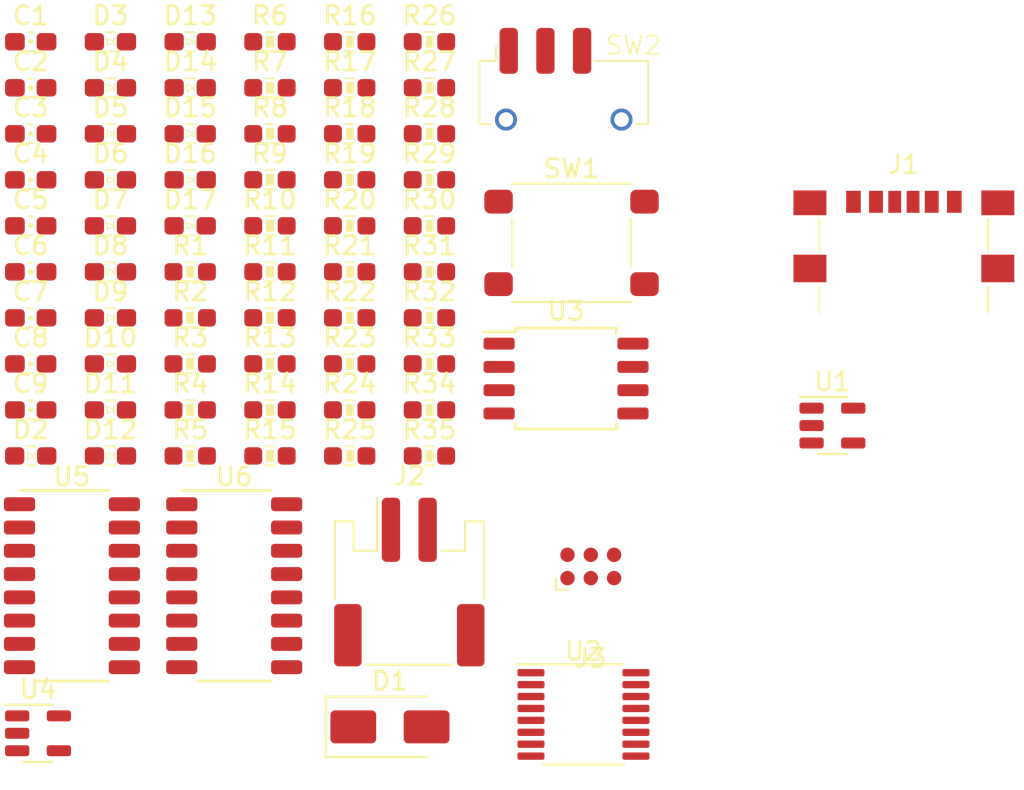
<source format=kicad_pcb>
(kicad_pcb (version 20240108) (generator "pcbnew") (generator_version "8.0")
  (title_block (title "Three Man") (date "2024-08-27") (rev "A1") (company "Zkylark") (comment 1 "contact@zkylark.se"))
  (layers (0 "F.Cu" signal) (31 "B.Cu" signal) (34 "B.Paste" user) (35 "F.Paste" user) (36 "B.SilkS" user "B.Silkscreen") (37 "F.SilkS" user "F.Silkscreen") (38 "B.Mask" user) (39 "F.Mask" user) (44 "Edge.Cuts" user))
  (net 0 "")
  (net 1 "Net-(J1-CC1)")
  (net 2 "/V_{USB-filt}")
  (net 3 "GND")
  (net 4 "Net-(J1-CC2)")
  (net 6 "/V_{BAT}")
  (net 7 "Net-(U4-NR)")
  (net 8 "3V3")
  (net 9 "/~{RESET}")
  (net 10 "Net-(D2-K)")
  (net 11 "Net-(D2-A)")
  (net 12 "Net-(D3-K)")
  (net 13 "Net-(D4-K)")
  (net 14 "Net-(D4-A)")
  (net 15 "Net-(D5-A)")
  (net 16 "Net-(D5-K)")
  (net 17 "Net-(D6-K)")
  (net 18 "Net-(D6-A)")
  (net 19 "Net-(D7-K)")
  (net 20 "Net-(D7-A)")
  (net 21 "Net-(D8-A)")
  (net 22 "Net-(D8-K)")
  (net 23 "Net-(D9-K)")
  (net 24 "Net-(D9-A)")
  (net 25 "Net-(D10-A)")
  (net 26 "Net-(D10-K)")
  (net 27 "Net-(D11-K)")
  (net 28 "Net-(D11-A)")
  (net 29 "Net-(D12-A)")
  (net 30 "Net-(D12-K)")
  (net 31 "Net-(D13-A)")
  (net 32 "Net-(D13-K)")
  (net 33 "Net-(D14-A)")
  (net 34 "Net-(D14-K)")
  (net 35 "Net-(D15-K)")
  (net 36 "Net-(D15-A)")
  (net 37 "Net-(D16-K)")
  (net 38 "Net-(D16-A)")
  (net 39 "Net-(D17-A)")
  (net 40 "Net-(D17-K)")
  (net 41 "/V_{USB}")
  (net 45 "/MOSI")
  (net 46 "/SCK")
  (net 47 "/MISO")
  (net 48 "Net-(U1-PROG)")
  (net 49 "Net-(U5-B1)")
  (net 50 "Net-(U2-Q0)")
  (net 51 "Net-(U2-Q1)")
  (net 52 "Net-(U5-B2)")
  (net 53 "Net-(U5-B3)")
  (net 54 "Net-(U5-B4)")
  (net 55 "Net-(U2-Q2)")
  (net 56 "Net-(U5-B5)")
  (net 57 "Net-(U2-Q3)")
  (net 58 "Net-(U5-B6)")
  (net 59 "Net-(U5-B7)")
  (net 60 "Net-(U2-Q4)")
  (net 61 "Net-(U6-B1)")
  (net 62 "Net-(U2-Q5)")
  (net 63 "Net-(U6-B2)")
  (net 64 "Net-(U6-B3)")
  (net 65 "Net-(U2-Q6)")
  (net 66 "Net-(U6-B4)")
  (net 67 "Net-(U6-B5)")
  (net 68 "Net-(U6-B6)")
  (net 69 "Net-(U2-Q7)")
  (net 70 "Net-(U6-B7)")
  (net 72 "Net-(SW2-B)")
  (net 73 "/CLOCK")
  (net 74 "/DATA")
  (footprint "Resistor_SMD:R_0603_HS" (layer "F.Cu") (at 111.2375 76.535)
    (property "Reference" "R26" (at 0 -1.43 0) (layer "F.SilkS"))
    (property "Value" "120R" (hide yes))
    (pad "1" smd roundrect (at -0.9125 0) (size 0.975 0.95) (layers "F.Cu" "F.Paste" "F.Mask") (net 21 "Net-(D8-A)"))
    (pad "2" smd roundrect (at 0.9125 0) (size 0.975 0.95) (layers "F.Cu" "F.Paste" "F.Mask") (net 8 "3V3"))
  )
  (footprint "Resistor_SMD:R_0603_HS" (layer "F.Cu") (at 111.2375 89.085)
    (property "Reference" "R31" (at 0 -1.43 0) (layer "F.SilkS"))
    (property "Value" "120R" (hide yes))
    (pad "1" smd roundrect (at -0.9125 0) (size 0.975 0.95) (layers "F.Cu" "F.Paste" "F.Mask") (net 31 "Net-(D13-A)"))
    (pad "2" smd roundrect (at 0.9125 0) (size 0.975 0.95) (layers "F.Cu" "F.Paste" "F.Mask") (net 8 "3V3"))
  )
  (footprint "Resistor_SMD:R_0603_HS" (layer "F.Cu") (at 98.1875 96.615)
    (property "Reference" "R4" (at 0 -1.43 0) (layer "F.SilkS"))
    (property "Value" "R" (hide yes))
    (pad "1" smd roundrect (at -0.9125 0) (size 0.975 0.95) (layers "F.Cu" "F.Paste" "F.Mask") (net 3 "GND"))
    (pad "2" smd roundrect (at 0.9125 0) (size 0.975 0.95) (layers "F.Cu" "F.Paste" "F.Mask") (net 12 "Net-(D3-K)"))
  )
  (footprint "Resistor_SMD:R_0603_HS" (layer "F.Cu") (at 102.5375 84.065)
    (property "Reference" "R9" (at 0 -1.43 0) (layer "F.SilkS"))
    (property "Value" "0R" (hide yes))
    (pad "1" smd roundrect (at -0.9125 0) (size 0.975 0.95) (layers "F.Cu" "F.Paste" "F.Mask") (net 51 "Net-(U2-Q1)"))
    (pad "2" smd roundrect (at 0.9125 0) (size 0.975 0.95) (layers "F.Cu" "F.Paste" "F.Mask") (net 52 "Net-(U5-B2)"))
  )
  (footprint "Connector_JST:JST_PH_S2B-PH-SM4-TB_1x02-1MP_P2.00mm_Horizontal" (layer "F.Cu") (at 110.1375 106.005)
    (property "Reference" "J2" (at 0 -5.8 0) (layer "F.SilkS"))
    (property "Value" "JST-PH-2mm")
    (pad "1" smd roundrect (at -1 -2.85) (size 1 3.5) (layers "F.Cu" "F.Paste" "F.Mask") (net 6 "/V_{BAT}"))
    (pad "2" smd roundrect (at 1 -2.85) (size 1 3.5) (layers "F.Cu" "F.Paste" "F.Mask") (net 3 "GND"))
    (pad "MP" smd roundrect (at -3.35 2.9) (size 1.5 3.4) (layers "F.Cu" "F.Paste" "F.Mask") (roundrect_rratio 0.166667))
    (pad "MP" smd roundrect (at 3.35 2.9) (size 1.5 3.4) (layers "F.Cu" "F.Paste" "F.Mask") (roundrect_rratio 0.166667))
  )
  (footprint "Diode_SMD:DO-214AC" (layer "F.Cu") (at 109.0825 113.905)
    (property "Reference" "D1" (at 0 -2.5 0) (layer "F.SilkS"))
    (property "Value" "SMAJ5.0A")
    (pad "1" smd roundrect (at -2 0) (size 2.5 1.8) (layers "F.Cu" "F.Paste" "F.Mask") (roundrect_rratio 0.1388888889) (net 2 "/V_{USB-filt}"))
    (pad "2" smd roundrect (at 2 0) (size 2.5 1.8) (layers "F.Cu" "F.Paste" "F.Mask") (roundrect_rratio 0.1388888889) (net 3 "GND"))
  )
  (footprint "Resistor_SMD:R_0603_HS" (layer "F.Cu") (at 98.1875 89.085)
    (property "Reference" "R1" (at 0 -1.43 0) (layer "F.SilkS"))
    (property "Value" "5k1" (hide yes))
    (pad "1" smd roundrect (at -0.9125 0) (size 0.975 0.95) (layers "F.Cu" "F.Paste" "F.Mask") (net 4 "Net-(J1-CC2)"))
    (pad "2" smd roundrect (at 0.9125 0) (size 0.975 0.95) (layers "F.Cu" "F.Paste" "F.Mask") (net 3 "GND"))
  )
  (footprint "LED_SMD:LED_0603_HS" (layer "F.Cu") (at 93.8375 79.045)
    (property "Reference" "D4" (at 0 -1.43 0) (layer "F.SilkS"))
    (property "Value" "Colour" (hide yes))
    (pad "1" smd roundrect (at -0.875 0) (size 1.05 0.95) (layers "F.Cu" "F.Paste" "F.Mask") (net 14 "Net-(D4-A)"))
    (pad "2" smd roundrect (at 0.875 0) (size 1.05 0.95) (layers "F.Cu" "F.Paste" "F.Mask") (net 13 "Net-(D4-K)"))
  )
  (footprint "Capacitor_SMD:C_0603_HS" (layer "F.Cu") (at 89.4875 91.595)
    (property "Reference" "C7" (at 0 -1.43 0) (layer "F.SilkS"))
    (property "Value" "100u" (hide yes))
    (pad "1" smd roundrect (at -0.8625 0) (size 1.075 0.95) (layers "F.Cu" "F.Paste" "F.Mask") (net 8 "3V3"))
    (pad "2" smd roundrect (at 0.8625 0) (size 1.075 0.95) (layers "F.Cu" "F.Paste" "F.Mask") (net 3 "GND"))
  )
  (footprint "Package_TO_SOT_SMD:SOT-23-5" (layer "F.Cu") (at 133.2175 97.47)
    (property "Reference" "U1" (at 0 -2.4 0) (layer "F.SilkS"))
    (property "Value" "MCP73831T-2ACI/OT" (hide yes))
    (pad "1" smd roundrect (at -1.1375 -0.95) (size 1.325 0.6) (layers "F.Cu" "F.Paste" "F.Mask") (net 10 "Net-(D2-K)"))
    (pad "2" smd roundrect (at -1.1375 0) (size 1.325 0.6) (layers "F.Cu" "F.Paste" "F.Mask") (net 3 "GND"))
    (pad "3" smd roundrect (at -1.1375 0.95) (size 1.325 0.6) (layers "F.Cu" "F.Paste" "F.Mask") (net 6 "/V_{BAT}"))
    (pad "4" smd roundrect (at 1.1375 0.95) (size 1.325 0.6) (layers "F.Cu" "F.Paste" "F.Mask") (net 2 "/V_{USB-filt}"))
    (pad "5" smd roundrect (at 1.1375 -0.95) (size 1.325 0.6) (layers "F.Cu" "F.Paste" "F.Mask") (net 48 "Net-(U1-PROG)"))
  )
  (footprint "Capacitor_SMD:C_0603_HS" (layer "F.Cu") (at 89.4875 79.045)
    (property "Reference" "C2" (at 0 -1.43 0) (layer "F.SilkS"))
    (property "Value" "4u7" (hide yes))
    (pad "1" smd roundrect (at -0.8625 0) (size 1.075 0.95) (layers "F.Cu" "F.Paste" "F.Mask") (net 6 "/V_{BAT}"))
    (pad "2" smd roundrect (at 0.8625 0) (size 1.075 0.95) (layers "F.Cu" "F.Paste" "F.Mask") (net 3 "GND"))
  )
  (footprint "Package_SO:SOIC-16-N_3.8x9.8mm_P1.27mm" (layer "F.Cu") (at 100.5875 106.205)
    (property "Reference" "U6" (at 0 -5.95 0) (layer "F.SilkS"))
    (property "Value" "ULQ2003D" (hide yes))
    (pad "1" smd roundrect (at -2.86 -4.445) (size 1.7 0.76) (layers "F.Cu" "F.Paste" "F.Mask") (net 61 "Net-(U6-B1)"))
    (pad "2" smd roundrect (at -2.86 -3.175) (size 1.7 0.76) (layers "F.Cu" "F.Paste" "F.Mask") (net 63 "Net-(U6-B2)"))
    (pad "3" smd roundrect (at -2.86 -1.905) (size 1.7 0.76) (layers "F.Cu" "F.Paste" "F.Mask") (net 64 "Net-(U6-B3)"))
    (pad "4" smd roundrect (at -2.86 -0.635) (size 1.7 0.76) (layers "F.Cu" "F.Paste" "F.Mask") (net 66 "Net-(U6-B4)"))
    (pad "5" smd roundrect (at -2.86 0.635) (size 1.7 0.76) (layers "F.Cu" "F.Paste" "F.Mask") (net 67 "Net-(U6-B5)"))
    (pad "6" smd roundrect (at -2.86 1.905) (size 1.7 0.76) (layers "F.Cu" "F.Paste" "F.Mask") (net 68 "Net-(U6-B6)"))
    (pad "7" smd roundrect (at -2.86 3.175) (size 1.7 0.76) (layers "F.Cu" "F.Paste" "F.Mask") (net 70 "Net-(U6-B7)"))
    (pad "8" smd roundrect (at -2.86 4.445) (size 1.7 0.76) (layers "F.Cu" "F.Paste" "F.Mask") (net 3 "GND"))
    (pad "9" smd roundrect (at 2.86 4.445) (size 1.7 0.76) (layers "F.Cu" "F.Paste" "F.Mask"))
    (pad "10" smd roundrect (at 2.86 3.175) (size 1.7 0.76) (layers "F.Cu" "F.Paste" "F.Mask") (net 40 "Net-(D17-K)"))
    (pad "11" smd roundrect (at 2.86 1.905) (size 1.7 0.76) (layers "F.Cu" "F.Paste" "F.Mask") (net 37 "Net-(D16-K)"))
    (pad "12" smd roundrect (at 2.86 0.635) (size 1.7 0.76) (layers "F.Cu" "F.Paste" "F.Mask") (net 35 "Net-(D15-K)"))
    (pad "13" smd roundrect (at 2.86 -0.635) (size 1.7 0.76) (layers "F.Cu" "F.Paste" "F.Mask") (net 34 "Net-(D14-K)"))
    (pad "14" smd roundrect (at 2.86 -1.905) (size 1.7 0.76) (layers "F.Cu" "F.Paste" "F.Mask") (net 32 "Net-(D13-K)"))
    (pad "15" smd roundrect (at 2.86 -3.175) (size 1.7 0.76) (layers "F.Cu" "F.Paste" "F.Mask") (net 30 "Net-(D12-K)"))
    (pad "16" smd roundrect (at 2.86 -4.445) (size 1.7 0.76) (layers "F.Cu" "F.Paste" "F.Mask") (net 27 "Net-(D11-K)"))
  )
  (footprint "Resistor_SMD:R_0603_HS" (layer "F.Cu") (at 102.5375 99.125)
    (property "Reference" "R15" (at 0 -1.43 0) (layer "F.SilkS"))
    (property "Value" "0R" (hide yes))
    (pad "1" smd roundrect (at -0.9125 0) (size 0.975 0.95) (layers "F.Cu" "F.Paste" "F.Mask") (net 60 "Net-(U2-Q4)"))
    (pad "2" smd roundrect (at 0.9125 0) (size 0.975 0.95) (layers "F.Cu" "F.Paste" "F.Mask") (net 61 "Net-(U6-B1)"))
  )
  (footprint "Capacitor_SMD:C_0603_HS" (layer "F.Cu") (at 89.4875 96.615)
    (property "Reference" "C9" (at 0 -1.43 0) (layer "F.SilkS"))
    (property "Value" "100u" (hide yes))
    (pad "1" smd roundrect (at -0.8625 0) (size 1.075 0.95) (layers "F.Cu" "F.Paste" "F.Mask") (net 8 "3V3"))
    (pad "2" smd roundrect (at 0.8625 0) (size 1.075 0.95) (layers "F.Cu" "F.Paste" "F.Mask") (net 3 "GND"))
  )
  (footprint "Resistor_SMD:R_0603_HS" (layer "F.Cu") (at 111.2375 91.595)
    (property "Reference" "R32" (at 0 -1.43 0) (layer "F.SilkS"))
    (property "Value" "120R" (hide yes))
    (pad "1" smd roundrect (at -0.9125 0) (size 0.975 0.95) (layers "F.Cu" "F.Paste" "F.Mask") (net 33 "Net-(D14-A)"))
    (pad "2" smd roundrect (at 0.9125 0) (size 0.975 0.95) (layers "F.Cu" "F.Paste" "F.Mask") (net 8 "3V3"))
  )
  (footprint "LED_SMD:LED_0603_HS" (layer "F.Cu") (at 93.8375 81.555)
    (property "Reference" "D5" (at 0 -1.43 0) (layer "F.SilkS"))
    (property "Value" "Colour" (hide yes))
    (pad "1" smd roundrect (at -0.875 0) (size 1.05 0.95) (layers "F.Cu" "F.Paste" "F.Mask") (net 15 "Net-(D5-A)"))
    (pad "2" smd roundrect (at 0.875 0) (size 1.05 0.95) (layers "F.Cu" "F.Paste" "F.Mask") (net 16 "Net-(D5-K)"))
  )
  (footprint "LED_SMD:LED_0603_HS" (layer "F.Cu") (at 93.8375 76.535)
    (property "Reference" "D3" (at 0 -1.43 0) (layer "F.SilkS"))
    (property "Value" "Green" (hide yes))
    (pad "1" smd roundrect (at -0.875 0) (size 1.05 0.95) (layers "F.Cu" "F.Paste" "F.Mask") (net 10 "Net-(D2-K)"))
    (pad "2" smd roundrect (at 0.875 0) (size 1.05 0.95) (layers "F.Cu" "F.Paste" "F.Mask") (net 12 "Net-(D3-K)"))
  )
  (footprint "Resistor_SMD:R_0603_HS" (layer "F.Cu") (at 106.8875 86.575)
    (property "Reference" "R20" (at 0 -1.43 0) (layer "F.SilkS"))
    (property "Value" "0R" (hide yes))
    (pad "1" smd roundrect (at -0.9125 0) (size 0.975 0.95) (layers "F.Cu" "F.Paste" "F.Mask") (net 69 "Net-(U2-Q7)"))
    (pad "2" smd roundrect (at 0.9125 0) (size 0.975 0.95) (layers "F.Cu" "F.Paste" "F.Mask") (net 68 "Net-(U6-B6)"))
  )
  (footprint "Connector:Tag-Connect_TC2030-IDC-FP_2x03_P1.27mm_Vertical" (layer "F.Cu") (at 120.0375 105.155)
    (property "Reference" "J3" (at 0 5 0) (layer "F.SilkS"))
    (property "Value" "TC2030_ICSP" (hide yes))
    (pad "" np_thru_hole circle (at -2.54 -2.54) (size 2.3749 2.3749) (drill 2.3749) (layers "*.Cu" "*.Mask"))
    (pad "" np_thru_hole circle (at -2.54 0) (size 0.9906 0.9906) (drill 0.9906) (layers "*.Cu" "*.Mask"))
    (pad "" np_thru_hole circle (at -2.54 2.54) (size 2.3749 2.3749) (drill 2.3749) (layers "*.Cu" "*.Mask"))
    (pad "" np_thru_hole circle (at 0.635 -2.54) (size 2.3749 2.3749) (drill 2.3749) (layers "*.Cu" "*.Mask"))
    (pad "" np_thru_hole circle (at 0.635 2.54) (size 2.3749 2.3749) (drill 2.3749) (layers "*.Cu" "*.Mask"))
    (pad "" np_thru_hole circle (at 2.54 -1.016) (size 0.9906 0.9906) (drill 0.9906) (layers "*.Cu" "*.Mask"))
    (pad "" np_thru_hole circle (at 2.54 1.016) (size 0.9906 0.9906) (drill 0.9906) (layers "*.Cu" "*.Mask"))
    (pad "1" connect circle (at -1.27 0.635) (size 0.7874 0.7874) (layers "F.Cu" "F.Mask") (net 47 "/MISO"))
    (pad "2" connect circle (at -1.27 -0.635) (size 0.7874 0.7874) (layers "F.Cu" "F.Mask") (net 8 "3V3"))
    (pad "3" connect circle (at 0 0.635) (size 0.7874 0.7874) (layers "F.Cu" "F.Mask") (net 45 "/MOSI"))
    (pad "4" connect circle (at 0 -0.635) (size 0.7874 0.7874) (layers "F.Cu" "F.Mask") (net 46 "/SCK"))
    (pad "5" connect circle (at 1.27 0.635) (size 0.7874 0.7874) (layers "F.Cu" "F.Mask") (net 9 "/~{RESET}"))
    (pad "6" connect circle (at 1.27 -0.635) (size 0.7874 0.7874) (layers "F.Cu" "F.Mask") (net 3 "GND"))
  )
  (footprint "Resistor_SMD:R_0603_HS" (layer "F.Cu") (at 106.8875 91.595)
    (property "Reference" "R22" (at 0 -1.43 0) (layer "F.SilkS"))
    (property "Value" "120R" (hide yes))
    (pad "1" smd roundrect (at -0.9125 0) (size 0.975 0.95) (layers "F.Cu" "F.Paste" "F.Mask") (net 14 "Net-(D4-A)"))
    (pad "2" smd roundrect (at 0.9125 0) (size 0.975 0.95) (layers "F.Cu" "F.Paste" "F.Mask") (net 8 "3V3"))
  )
  (footprint "Capacitor_SMD:C_0603_HS" (layer "F.Cu") (at 89.4875 84.065)
    (property "Reference" "C4" (at 0 -1.43 0) (layer "F.SilkS"))
    (property "Value" "100u" (hide yes))
    (pad "1" smd roundrect (at -0.8625 0) (size 1.075 0.95) (layers "F.Cu" "F.Paste" "F.Mask") (net 7 "Net-(U4-NR)"))
    (pad "2" smd roundrect (at 0.8625 0) (size 1.075 0.95) (layers "F.Cu" "F.Paste" "F.Mask") (net 3 "GND"))
  )
  (footprint "LED_SMD:LED_0603_HS" (layer "F.Cu") (at 93.8375 91.595)
    (property "Reference" "D9" (at 0 -1.43 0) (layer "F.SilkS"))
    (property "Value" "Colour" (hide yes))
    (pad "1" smd roundrect (at -0.875 0) (size 1.05 0.95) (layers "F.Cu" "F.Paste" "F.Mask") (net 24 "Net-(D9-A)"))
    (pad "2" smd roundrect (at 0.875 0) (size 1.05 0.95) (layers "F.Cu" "F.Paste" "F.Mask") (net 23 "Net-(D9-K)"))
  )
  (footprint "LED_SMD:LED_0603_HS" (layer "F.Cu") (at 93.8375 86.575)
    (property "Reference" "D7" (at 0 -1.43 0) (layer "F.SilkS"))
    (property "Value" "Colour" (hide yes))
    (pad "1" smd roundrect (at -0.875 0) (size 1.05 0.95) (layers "F.Cu" "F.Paste" "F.Mask") (net 20 "Net-(D7-A)"))
    (pad "2" smd roundrect (at 0.875 0) (size 1.05 0.95) (layers "F.Cu" "F.Paste" "F.Mask") (net 19 "Net-(D7-K)"))
  )
  (footprint "LED_SMD:LED_0603_HS" (layer "F.Cu") (at 93.8375 89.085)
    (property "Reference" "D8" (at 0 -1.43 0) (layer "F.SilkS"))
    (property "Value" "Colour" (hide yes))
    (pad "1" smd roundrect (at -0.875 0) (size 1.05 0.95) (layers "F.Cu" "F.Paste" "F.Mask") (net 21 "Net-(D8-A)"))
    (pad "2" smd roundrect (at 0.875 0) (size 1.05 0.95) (layers "F.Cu" "F.Paste" "F.Mask") (net 22 "Net-(D8-K)"))
  )
  (footprint "Resistor_SMD:R_0603_HS" (layer "F.Cu") (at 111.2375 81.555)
    (property "Reference" "R28" (at 0 -1.43 0) (layer "F.SilkS"))
    (property "Value" "120R" (hide yes))
    (pad "1" smd roundrect (at -0.9125 0) (size 0.975 0.95) (layers "F.Cu" "F.Paste" "F.Mask") (net 25 "Net-(D10-A)"))
    (pad "2" smd roundrect (at 0.9125 0) (size 0.975 0.95) (layers "F.Cu" "F.Paste" "F.Mask") (net 8 "3V3"))
  )
  (footprint "Package_SO:SOIC-16-N_3.8x9.8mm_P1.27mm" (layer "F.Cu") (at 91.7375 106.205)
    (property "Reference" "U5" (at 0 -5.95 0) (layer "F.SilkS"))
    (property "Value" "ULQ2003D" (hide yes))
    (pad "1" smd roundrect (at -2.86 -4.445) (size 1.7 0.76) (layers "F.Cu" "F.Paste" "F.Mask") (net 49 "Net-(U5-B1)"))
    (pad "2" smd roundrect (at -2.86 -3.175) (size 1.7 0.76) (layers "F.Cu" "F.Paste" "F.Mask") (net 52 "Net-(U5-B2)"))
    (pad "3" smd roundrect (at -2.86 -1.905) (size 1.7 0.76) (layers "F.Cu" "F.Paste" "F.Mask") (net 53 "Net-(U5-B3)"))
    (pad "4" smd roundrect (at -2.86 -0.635) (size 1.7 0.76) (layers "F.Cu" "F.Paste" "F.Mask") (net 54 "Net-(U5-B4)"))
    (pad "5" smd roundrect (at -2.86 0.635) (size 1.7 0.76) (layers "F.Cu" "F.Paste" "F.Mask") (net 56 "Net-(U5-B5)"))
    (pad "6" smd roundrect (at -2.86 1.905) (size 1.7 0.76) (layers "F.Cu" "F.Paste" "F.Mask") (net 58 "Net-(U5-B6)"))
    (pad "7" smd roundrect (at -2.86 3.175) (size 1.7 0.76) (layers "F.Cu" "F.Paste" "F.Mask") (net 59 "Net-(U5-B7)"))
    (pad "8" smd roundrect (at -2.86 4.445) (size 1.7 0.76) (layers "F.Cu" "F.Paste" "F.Mask") (net 3 "GND"))
    (pad "9" smd roundrect (at 2.86 4.445) (size 1.7 0.76) (layers "F.Cu" "F.Paste" "F.Mask"))
    (pad "10" smd roundrect (at 2.86 3.175) (size 1.7 0.76) (layers "F.Cu" "F.Paste" "F.Mask") (net 26 "Net-(D10-K)"))
    (pad "11" smd roundrect (at 2.86 1.905) (size 1.7 0.76) (layers "F.Cu" "F.Paste" "F.Mask") (net 23 "Net-(D9-K)"))
    (pad "12" smd roundrect (at 2.86 0.635) (size 1.7 0.76) (layers "F.Cu" "F.Paste" "F.Mask") (net 22 "Net-(D8-K)"))
    (pad "13" smd roundrect (at 2.86 -0.635) (size 1.7 0.76) (layers "F.Cu" "F.Paste" "F.Mask") (net 19 "Net-(D7-K)"))
    (pad "14" smd roundrect (at 2.86 -1.905) (size 1.7 0.76) (layers "F.Cu" "F.Paste" "F.Mask") (net 17 "Net-(D6-K)"))
    (pad "15" smd roundrect (at 2.86 -3.175) (size 1.7 0.76) (layers "F.Cu" "F.Paste" "F.Mask") (net 16 "Net-(D5-K)"))
    (pad "16" smd roundrect (at 2.86 -4.445) (size 1.7 0.76) (layers "F.Cu" "F.Paste" "F.Mask") (net 13 "Net-(D4-K)"))
  )
  (footprint "Resistor_SMD:R_0603_HS" (layer "F.Cu") (at 106.8875 89.085)
    (property "Reference" "R21" (at 0 -1.43 0) (layer "F.SilkS"))
    (property "Value" "0R" (hide yes))
    (pad "1" smd roundrect (at -0.9125 0) (size 0.975 0.95) (layers "F.Cu" "F.Paste" "F.Mask") (net 69 "Net-(U2-Q7)"))
    (pad "2" smd roundrect (at 0.9125 0) (size 0.975 0.95) (layers "F.Cu" "F.Paste" "F.Mask") (net 70 "Net-(U6-B7)"))
  )
  (footprint "Resistor_SMD:R_0603_HS" (layer "F.Cu") (at 98.1875 94.105)
    (property "Reference" "R3" (at 0 -1.43 0) (layer "F.SilkS"))
    (property "Value" "R" (hide yes))
    (pad "1" smd roundrect (at -0.9125 0) (size 0.975 0.95) (layers "F.Cu" "F.Paste" "F.Mask") (net 2 "/V_{USB-filt}"))
    (pad "2" smd roundrect (at 0.9125 0) (size 0.975 0.95) (layers "F.Cu" "F.Paste" "F.Mask") (net 11 "Net-(D2-A)"))
  )
  (footprint "Resistor_SMD:R_0603_HS" (layer "F.Cu") (at 106.8875 94.105)
    (property "Reference" "R23" (at 0 -1.43 0) (layer "F.SilkS"))
    (property "Value" "120R" (hide yes))
    (pad "1" smd roundrect (at -0.9125 0) (size 0.975 0.95) (layers "F.Cu" "F.Paste" "F.Mask") (net 15 "Net-(D5-A)"))
    (pad "2" smd roundrect (at 0.9125 0) (size 0.975 0.95) (layers "F.Cu" "F.Paste" "F.Mask") (net 8 "3V3"))
  )
  (footprint "Resistor_SMD:R_0603_HS" (layer "F.Cu") (at 106.8875 99.125)
    (property "Reference" "R25" (at 0 -1.43 0) (layer "F.SilkS"))
    (property "Value" "120R" (hide yes))
    (pad "1" smd roundrect (at -0.9125 0) (size 0.975 0.95) (layers "F.Cu" "F.Paste" "F.Mask") (net 20 "Net-(D7-A)"))
    (pad "2" smd roundrect (at 0.9125 0) (size 0.975 0.95) (layers "F.Cu" "F.Paste" "F.Mask") (net 8 "3V3"))
  )
  (footprint "Capacitor_SMD:C_0603_HS" (layer "F.Cu") (at 89.4875 76.535)
    (property "Reference" "C1" (at 0 -1.43 0) (layer "F.SilkS"))
    (property "Value" "4u7" (hide yes))
    (pad "1" smd roundrect (at -0.8625 0) (size 1.075 0.95) (layers "F.Cu" "F.Paste" "F.Mask") (net 2 "/V_{USB-filt}"))
    (pad "2" smd roundrect (at 0.8625 0) (size 1.075 0.95) (layers "F.Cu" "F.Paste" "F.Mask") (net 3 "GND"))
  )
  (footprint "Package_TO_SOT_SMD:SOT-23-5" (layer "F.Cu") (at 89.8875 114.255)
    (property "Reference" "U4" (at 0 -2.4 0) (layer "F.SilkS"))
    (property "Value" "TPS7A20" (hide yes))
    (pad "1" smd roundrect (at -1.1375 -0.95) (size 1.325 0.6) (layers "F.Cu" "F.Paste" "F.Mask") (net 6 "/V_{BAT}"))
    (pad "2" smd roundrect (at -1.1375 0) (size 1.325 0.6) (layers "F.Cu" "F.Paste" "F.Mask") (net 3 "GND"))
    (pad "3" smd roundrect (at -1.1375 0.95) (size 1.325 0.6) (layers "F.Cu" "F.Paste" "F.Mask") (net 72 "Net-(SW2-B)"))
    (pad "4" smd roundrect (at 1.1375 0.95) (size 1.325 0.6) (layers "F.Cu" "F.Paste" "F.Mask") (net 7 "Net-(U4-NR)"))
    (pad "5" smd roundrect (at 1.1375 -0.95) (size 1.325 0.6) (layers "F.Cu" "F.Paste" "F.Mask") (net 8 "3V3"))
  )
  (footprint "Resistor_SMD:R_0603_HS" (layer "F.Cu") (at 102.5375 86.575)
    (property "Reference" "R10" (at 0 -1.43 0) (layer "F.SilkS"))
    (property "Value" "0R" (hide yes))
    (pad "1" smd roundrect (at -0.9125 0) (size 0.975 0.95) (layers "F.Cu" "F.Paste" "F.Mask") (net 51 "Net-(U2-Q1)"))
    (pad "2" smd roundrect (at 0.9125 0) (size 0.975 0.95) (layers "F.Cu" "F.Paste" "F.Mask") (net 53 "Net-(U5-B3)"))
  )
  (footprint "Switch_Button_SMD:SW_SPST_PTS645" (layer "F.Cu") (at 118.9875 87.505)
    (property "Reference" "SW1" (at 0 -4.05 0) (layer "F.SilkS"))
    (property "Value" "Off-Mom" (hide yes))
    (pad "1" smd roundrect (at -3.98 -2.25) (size 1.55 1.3) (layers "F.Cu" "F.Paste" "F.Mask") (net 3 "GND"))
    (pad "1" smd roundrect (at 3.98 -2.25) (size 1.55 1.3) (layers "F.Cu" "F.Paste" "F.Mask") (net 3 "GND"))
    (pad "2" smd roundrect (at -3.98 2.25) (size 1.55 1.3) (layers "F.Cu" "F.Paste" "F.Mask") (net 9 "/~{RESET}"))
    (pad "2" smd roundrect (at 3.98 2.25) (size 1.55 1.3) (layers "F.Cu" "F.Paste" "F.Mask") (net 9 "/~{RESET}"))
  )
  (footprint "LED_SMD:LED_0603_HS" (layer "F.Cu") (at 93.8375 96.615)
    (property "Reference" "D11" (at 0 -1.43 0) (layer "F.SilkS"))
    (property "Value" "Colour" (hide yes))
    (pad "1" smd roundrect (at -0.875 0) (size 1.05 0.95) (layers "F.Cu" "F.Paste" "F.Mask") (net 28 "Net-(D11-A)"))
    (pad "2" smd roundrect (at 0.875 0) (size 1.05 0.95) (layers "F.Cu" "F.Paste" "F.Mask") (net 27 "Net-(D11-K)"))
  )
  (footprint "Capacitor_SMD:C_0603_HS" (layer "F.Cu") (at 89.4875 89.085)
    (property "Reference" "C6" (at 0 -1.43 0) (layer "F.SilkS"))
    (property "Value" "100u" (hide yes))
    (pad "1" smd roundrect (at -0.8625 0) (size 1.075 0.95) (layers "F.Cu" "F.Paste" "F.Mask") (net 2 "/V_{USB-filt}"))
    (pad "2" smd roundrect (at 0.8625 0) (size 1.075 0.95) (layers "F.Cu" "F.Paste" "F.Mask") (net 3 "GND"))
  )
  (footprint "Resistor_SMD:R_0603_HS" (layer "F.Cu") (at 106.8875 79.045)
    (property "Reference" "R17" (at 0 -1.43 0) (layer "F.SilkS"))
    (property "Value" "0R" (hide yes))
    (pad "1" smd roundrect (at -0.9125 0) (size 0.975 0.95) (layers "F.Cu" "F.Paste" "F.Mask") (net 62 "Net-(U2-Q5)"))
    (pad "2" smd roundrect (at 0.9125 0) (size 0.975 0.95) (layers "F.Cu" "F.Paste" "F.Mask") (net 64 "Net-(U6-B3)"))
  )
  (footprint "Package_SO:TSSOP-16_4.4x5mm_P0.65mm" (layer "F.Cu") (at 119.6375 113.225)
    (property "Reference" "U2" (at 0 -3.45 0) (layer "F.SilkS"))
    (property "Value" "74HC595" (hide yes))
    (pad "1" smd roundrect (at -2.8625 -2.275) (size 1.475 0.4) (layers "F.Cu" "F.Paste" "F.Mask") (net 51 "Net-(U2-Q1)"))
    (pad "2" smd roundrect (at -2.8625 -1.625) (size 1.475 0.4) (layers "F.Cu" "F.Paste" "F.Mask") (net 55 "Net-(U2-Q2)"))
    (pad "3" smd roundrect (at -2.8625 -0.975) (size 1.475 0.4) (layers "F.Cu" "F.Paste" "F.Mask") (net 57 "Net-(U2-Q3)"))
    (pad "4" smd roundrect (at -2.8625 -0.325) (size 1.475 0.4) (layers "F.Cu" "F.Paste" "F.Mask") (net 60 "Net-(U2-Q4)"))
    (pad "5" smd roundrect (at -2.8625 0.325) (size 1.475 0.4) (layers "F.Cu" "F.Paste" "F.Mask") (net 62 "Net-(U2-Q5)"))
    (pad "6" smd roundrect (at -2.8625 0.975) (size 1.475 0.4) (layers "F.Cu" "F.Paste" "F.Mask") (net 65 "Net-(U2-Q6)"))
    (pad "7" smd roundrect (at -2.8625 1.625) (size 1.475 0.4) (layers "F.Cu" "F.Paste" "F.Mask") (net 69 "Net-(U2-Q7)"))
    (pad "8" smd roundrect (at -2.8625 2.275) (size 1.475 0.4) (layers "F.Cu" "F.Paste" "F.Mask") (net 3 "GND"))
    (pad "9" smd roundrect (at 2.8625 2.275) (size 1.475 0.4) (layers "F.Cu" "F.Paste" "F.Mask"))
    (pad "10" smd roundrect (at 2.8625 1.625) (size 1.475 0.4) (layers "F.Cu" "F.Paste" "F.Mask") (net 8 "3V3"))
    (pad "11" smd roundrect (at 2.8625 0.975) (size 1.475 0.4) (layers "F.Cu" "F.Paste" "F.Mask") (net 73 "/CLOCK"))
    (pad "12" smd roundrect (at 2.8625 0.325) (size 1.475 0.4) (layers "F.Cu" "F.Paste" "F.Mask") (net 73 "/CLOCK"))
    (pad "13" smd roundrect (at 2.8625 -0.325) (size 1.475 0.4) (layers "F.Cu" "F.Paste" "F.Mask") (net 3 "GND"))
    (pad "14" smd roundrect (at 2.8625 -0.975) (size 1.475 0.4) (layers "F.Cu" "F.Paste" "F.Mask") (net 74 "/DATA"))
    (pad "15" smd roundrect (at 2.8625 -1.625) (size 1.475 0.4) (layers "F.Cu" "F.Paste" "F.Mask") (net 50 "Net-(U2-Q0)"))
    (pad "16" smd roundrect (at 2.8625 -2.275) (size 1.475 0.4) (layers "F.Cu" "F.Paste" "F.Mask") (net 8 "3V3"))
  )
  (footprint "LED_SMD:LED_0603_HS" (layer "F.Cu") (at 98.1875 86.575)
    (property "Reference" "D17" (at 0 -1.43 0) (layer "F.SilkS"))
    (property "Value" "Colour" (hide yes))
    (pad "1" smd roundrect (at -0.875 0) (size 1.05 0.95) (layers "F.Cu" "F.Paste" "F.Mask") (net 39 "Net-(D17-A)"))
    (pad "2" smd roundrect (at 0.875 0) (size 1.05 0.95) (layers "F.Cu" "F.Paste" "F.Mask") (net 40 "Net-(D17-K)"))
  )
  (footprint "LED_SMD:LED_0603_HS" (layer "F.Cu") (at 93.8375 84.065)
    (property "Reference" "D6" (at 0 -1.43 0) (layer "F.SilkS"))
    (property "Value" "Colour" (hide yes))
    (pad "1" smd roundrect (at -0.875 0) (size 1.05 0.95) (layers "F.Cu" "F.Paste" "F.Mask") (net 18 "Net-(D6-A)"))
    (pad "2" smd roundrect (at 0.875 0) (size 1.05 0.95) (layers "F.Cu" "F.Paste" "F.Mask") (net 17 "Net-(D6-K)"))
  )
  (footprint "LED_SMD:LED_0603_HS" (layer "F.Cu") (at 89.4875 99.125)
    (property "Reference" "D2" (at 0 -1.43 0) (layer "F.SilkS"))
    (property "Value" "Red" (hide yes))
    (pad "1" smd roundrect (at -0.875 0) (size 1.05 0.95) (layers "F.Cu" "F.Paste" "F.Mask") (net 11 "Net-(D2-A)"))
    (pad "2" smd roundrect (at 0.875 0) (size 1.05 0.95) (layers "F.Cu" "F.Paste" "F.Mask") (net 10 "Net-(D2-K)"))
  )
  (footprint "Resistor_SMD:R_0603_HS" (layer "F.Cu") (at 98.1875 99.125)
    (property "Reference" "R5" (at 0 -1.43 0) (layer "F.SilkS"))
    (property "Value" "2k" (hide yes))
    (pad "1" smd roundrect (at -0.9125 0) (size 0.975 0.95) (layers "F.Cu" "F.Paste" "F.Mask") (net 48 "Net-(U1-PROG)"))
    (pad "2" smd roundrect (at 0.9125 0) (size 0.975 0.95) (layers "F.Cu" "F.Paste" "F.Mask") (net 3 "GND"))
  )
  (footprint "LED_SMD:LED_0603_HS" (layer "F.Cu") (at 93.8375 94.105)
    (property "Reference" "D10" (at 0 -1.43 0) (layer "F.SilkS"))
    (property "Value" "Colour" (hide yes))
    (pad "1" smd roundrect (at -0.875 0) (size 1.05 0.95) (layers "F.Cu" "F.Paste" "F.Mask") (net 25 "Net-(D10-A)"))
    (pad "2" smd roundrect (at 0.875 0) (size 1.05 0.95) (layers "F.Cu" "F.Paste" "F.Mask") (net 26 "Net-(D10-K)"))
  )
  (footprint "LED_SMD:LED_0603_HS" (layer "F.Cu") (at 98.1875 84.065)
    (property "Reference" "D16" (at 0 -1.43 0) (layer "F.SilkS"))
    (property "Value" "Colour" (hide yes))
    (pad "1" smd roundrect (at -0.875 0) (size 1.05 0.95) (layers "F.Cu" "F.Paste" "F.Mask") (net 38 "Net-(D16-A)"))
    (pad "2" smd roundrect (at 0.875 0) (size 1.05 0.95) (layers "F.Cu" "F.Paste" "F.Mask") (net 37 "Net-(D16-K)"))
  )
  (footprint "Resistor_SMD:R_0603_HS" (layer "F.Cu") (at 102.5375 94.105)
    (property "Reference" "R13" (at 0 -1.43 0) (layer "F.SilkS"))
    (property "Value" "0R" (hide yes))
    (pad "1" smd roundrect (at -0.9125 0) (size 0.975 0.95) (layers "F.Cu" "F.Paste" "F.Mask") (net 57 "Net-(U2-Q3)"))
    (pad "2" smd roundrect (at 0.9125 0) (size 0.975 0.95) (layers "F.Cu" "F.Paste" "F.Mask") (net 58 "Net-(U5-B6)"))
  )
  (footprint "Resistor_SMD:R_0603_HS" (layer "F.Cu") (at 111.2375 96.615)
    (property "Reference" "R34" (at 0 -1.43 0) (layer "F.SilkS"))
    (property "Value" "120R" (hide yes))
    (pad "1" smd roundrect (at -0.9125 0) (size 0.975 0.95) (layers "F.Cu" "F.Paste" "F.Mask") (net 38 "Net-(D16-A)"))
    (pad "2" smd roundrect (at 0.9125 0) (size 0.975 0.95) (layers "F.Cu" "F.Paste" "F.Mask") (net 8 "3V3"))
  )
  (footprint "LED_SMD:LED_0603_HS" (layer "F.Cu") (at 93.8375 99.125)
    (property "Reference" "D12" (at 0 -1.43 0) (layer "F.SilkS"))
    (property "Value" "Colour" (hide yes))
    (pad "1" smd roundrect (at -0.875 0) (size 1.05 0.95) (layers "F.Cu" "F.Paste" "F.Mask") (net 29 "Net-(D12-A)"))
    (pad "2" smd roundrect (at 0.875 0) (size 1.05 0.95) (layers "F.Cu" "F.Paste" "F.Mask") (net 30 "Net-(D12-K)"))
  )
  (footprint "Connector_USB:USB4135-GF-A" (layer "F.Cu") (at 137.115 88.2975)
    (property "Reference" "J1" (at 0 -5.08 0) (layer "F.SilkS"))
    (property "Value" "USB4135-GF-A")
    (pad "A5" smd rect (at -0.5 -3.0325) (size 0.7 1.2) (layers "F.Cu" "F.Paste" "F.Mask") (net 1 "Net-(J1-CC1)"))
    (pad "A9" smd rect (at 1.52 -3.0325 180) (size 0.76 1.2) (layers "F.Cu" "F.Paste" "F.Mask") (net 41 "/V_{USB}"))
    (pad "A12" smd rect (at 2.75 -3.0325 180) (size 0.8 1.2) (layers "F.Cu" "F.Paste" "F.Mask") (net 3 "GND"))
    (pad "B5" smd rect (at 0.5 -3.0325 180) (size 0.7 1.2) (layers "F.Cu" "F.Paste" "F.Mask") (net 4 "Net-(J1-CC2)"))
    (pad "B9" smd rect (at -1.52 -3.0325) (size 0.76 1.2) (layers "F.Cu" "F.Paste" "F.Mask") (net 41 "/V_{USB}"))
    (pad "B12" smd rect (at -2.75 -3.0325) (size 0.8 1.2) (layers "F.Cu" "F.Paste" "F.Mask") (net 3 "GND"))
    (pad "S1" smd rect (at -5.125 -2.9775) (size 1.8 1.35) (layers "F.Cu" "F.Paste" "F.Mask"))
    (pad "S1" smd rect (at -5.125 0.6025) (size 1.8 1.5) (layers "F.Cu" "F.Paste" "F.Mask"))
    (pad "S1" smd rect (at 5.125 -2.9775) (size 1.8 1.35) (layers "F.Cu" "F.Paste" "F.Mask"))
    (pad "S1" smd rect (at 5.125 0.6025) (size 1.8 1.5) (layers "F.Cu" "F.Paste" "F.Mask"))
  )
  (footprint "Capacitor_SMD:C_0603_HS" (layer "F.Cu") (at 89.4875 86.575)
    (property "Reference" "C5" (at 0 -1.43 0) (layer "F.SilkS"))
    (property "Value" "100u" (hide yes))
    (pad "1" smd roundrect (at -0.8625 0) (size 1.075 0.95) (layers "F.Cu" "F.Paste" "F.Mask") (net 8 "3V3"))
    (pad "2" smd roundrect (at 0.8625 0) (size 1.075 0.95) (layers "F.Cu" "F.Paste" "F.Mask") (net 3 "GND"))
  )
  (footprint "Resistor_SMD:R_0603_HS" (layer "F.Cu") (at 102.5375 81.555)
    (property "Reference" "R8" (at 0 -1.43 0) (layer "F.SilkS"))
    (property "Value" "0R" (hide yes))
    (pad "1" smd roundrect (at -0.9125 0) (size 0.975 0.95) (layers "F.Cu" "F.Paste" "F.Mask") (net 50 "Net-(U2-Q0)"))
    (pad "2" smd roundrect (at 0.9125 0) (size 0.975 0.95) (layers "F.Cu" "F.Paste" "F.Mask") (net 49 "Net-(U5-B1)"))
  )
  (footprint "Resistor_SMD:R_0603_HS" (layer "F.Cu") (at 106.8875 84.065)
    (property "Reference" "R19" (at 0 -1.43 0) (layer "F.SilkS"))
    (property "Value" "0R" (hide yes))
    (pad "1" smd roundrect (at -0.9125 0) (size 0.975 0.95) (layers "F.Cu" "F.Paste" "F.Mask") (net 65 "Net-(U2-Q6)"))
    (pad "2" smd roundrect (at 0.9125 0) (size 0.975 0.95) (layers "F.Cu" "F.Paste" "F.Mask") (net 67 "Net-(U6-B5)"))
  )
  (footprint "Resistor_SMD:R_0603_HS" (layer "F.Cu") (at 106.8875 81.555)
    (property "Reference" "R18" (at 0 -1.43 0) (layer "F.SilkS"))
    (property "Value" "0R" (hide yes))
    (pad "1" smd roundrect (at -0.9125 0) (size 0.975 0.95) (layers "F.Cu" "F.Paste" "F.Mask") (net 65 "Net-(U2-Q6)"))
    (pad "2" smd roundrect (at 0.9125 0) (size 0.975 0.95) (layers "F.Cu" "F.Paste" "F.Mask") (net 66 "Net-(U6-B4)"))
  )
  (footprint "Resistor_SMD:R_0603_HS" (layer "F.Cu") (at 102.5375 96.615)
    (property "Reference" "R14" (at 0 -1.43 0) (layer "F.SilkS"))
    (property "Value" "0R" (hide yes))
    (pad "1" smd roundrect (at -0.9125 0) (size 0.975 0.95) (layers "F.Cu" "F.Paste" "F.Mask") (net 57 "Net-(U2-Q3)"))
    (pad "2" smd roundrect (at 0.9125 0) (size 0.975 0.95) (layers "F.Cu" "F.Paste" "F.Mask") (net 59 "Net-(U5-B7)"))
  )
  (footprint "LED_SMD:LED_0603_HS" (layer "F.Cu") (at 98.1875 79.045)
    (property "Reference" "D14" (at 0 -1.43 0) (layer "F.SilkS"))
    (property "Value" "Colour" (hide yes))
    (pad "1" smd roundrect (at -0.875 0) (size 1.05 0.95) (layers "F.Cu" "F.Paste" "F.Mask") (net 33 "Net-(D14-A)"))
    (pad "2" smd roundrect (at 0.875 0) (size 1.05 0.95) (layers "F.Cu" "F.Paste" "F.Mask") (net 34 "Net-(D14-K)"))
  )
  (footprint "Resistor_SMD:R_0603_HS" (layer "F.Cu") (at 106.8875 76.535)
    (property "Reference" "R16" (at 0 -1.43 0) (layer "F.SilkS"))
    (property "Value" "0R" (hide yes))
    (pad "1" smd roundrect (at -0.9125 0) (size 0.975 0.95) (layers "F.Cu" "F.Paste" "F.Mask") (net 62 "Net-(U2-Q5)"))
    (pad "2" smd roundrect (at 0.9125 0) (size 0.975 0.95) (layers "F.Cu" "F.Paste" "F.Mask") (net 63 "Net-(U6-B2)"))
  )
  (footprint "Resistor_SMD:R_0603_HS" (layer "F.Cu") (at 111.2375 86.575)
    (property "Reference" "R30" (at 0 -1.43 0) (layer "F.SilkS"))
    (property "Value" "120R" (hide yes))
    (pad "1" smd roundrect (at -0.9125 0) (size 0.975 0.95) (layers "F.Cu" "F.Paste" "F.Mask") (net 29 "Net-(D12-A)"))
    (pad "2" smd roundrect (at 0.9125 0) (size 0.975 0.95) (layers "F.Cu" "F.Paste" "F.Mask") (net 8 "3V3"))
  )
  (footprint "Resistor_SMD:R_0603_HS" (layer "F.Cu") (at 102.5375 76.535)
    (property "Reference" "R6" (at 0 -1.43 0) (layer "F.SilkS"))
    (property "Value" "0R" (hide yes))
    (pad "1" smd roundrect (at -0.9125 0) (size 0.975 0.95) (layers "F.Cu" "F.Paste" "F.Mask") (net 41 "/V_{USB}"))
    (pad "2" smd roundrect (at 0.9125 0) (size 0.975 0.95) (layers "F.Cu" "F.Paste" "F.Mask") (net 2 "/V_{USB-filt}"))
  )
  (footprint "Resistor_SMD:R_0603_HS" (layer "F.Cu") (at 102.5375 89.085)
    (property "Reference" "R11" (at 0 -1.43 0) (layer "F.SilkS"))
    (property "Value" "0R" (hide yes))
    (pad "1" smd roundrect (at -0.9125 0) (size 0.975 0.95) (layers "F.Cu" "F.Paste" "F.Mask") (net 55 "Net-(U2-Q2)"))
    (pad "2" smd roundrect (at 0.9125 0) (size 0.975 0.95) (layers "F.Cu" "F.Paste" "F.Mask") (net 54 "Net-(U5-B4)"))
  )
  (footprint "Switch_Slide_SMD:CSS-1210TB" (layer "F.Cu") (at 115.5625 77.03)
    (property "Reference" "SW2" (at 6.8 -0.3 0) (layer "F.SilkS") (effects (font (thickness 0.1))))
    (property "Value" "SW_SPDT_312" (hide yes))
    (pad "" np_thru_hole circle (at -0.15 3.75) (size 1.2 1.2) (drill 0.8) (layers "F&B.Cu" "*.Mask"))
    (pad "" np_thru_hole circle (at 6.15 3.75) (size 1.2 1.2) (drill 0.8) (layers "F&B.Cu" "*.Mask"))
    (pad "1" smd roundrect (at 0 0) (size 1 2.5) (layers "F.Cu" "F.Paste" "F.Mask"))
    (pad "2" smd roundrect (at 2 0) (size 1 2.5) (layers "F.Cu" "F.Paste" "F.Mask") (net 72 "Net-(SW2-B)"))
    (pad "3" smd roundrect (at 4 0) (size 1 2.5) (layers "F.Cu" "F.Paste" "F.Mask") (net 6 "/V_{BAT}"))
  )
  (footprint "Package_SO:SOIC-8_5.3x5.3mm_P1.27mm" (layer "F.Cu") (at 118.6875 94.905)
    (property "Reference" "U3" (at 0 -3.68 0) (layer "F.SilkS"))
    (property "Value" "ATTINY85-20SUR" (hide yes))
    (pad "1" smd roundrect (at -3.65 -1.905) (size 1.7 0.65) (layers "F.Cu" "F.Paste" "F.Mask") (net 9 "/~{RESET}"))
    (pad "2" smd roundrect (at -3.65 -0.635) (size 1.7 0.65) (layers "F.Cu" "F.Paste" "F.Mask") (net 74 "/DATA"))
    (pad "3" smd roundrect (at -3.65 0.635) (size 1.7 0.65) (layers "F.Cu" "F.Paste" "F.Mask") (net 73 "/CLOCK"))
    (pad "4" smd roundrect (at -3.65 1.905) (size 1.7 0.65) (layers "F.Cu" "F.Paste" "F.Mask") (net 3 "GND"))
    (pad "5" smd roundrect (at 3.65 1.905) (size 1.7 0.65) (layers "F.Cu" "F.Paste" "F.Mask") (net 45 "/MOSI"))
    (pad "6" smd roundrect (at 3.65 0.635) (size 1.7 0.65) (layers "F.Cu" "F.Paste" "F.Mask") (net 47 "/MISO"))
    (pad "7" smd roundrect (at 3.65 -0.635) (size 1.7 0.65) (layers "F.Cu" "F.Paste" "F.Mask") (net 46 "/SCK"))
    (pad "8" smd roundrect (at 3.65 -1.905) (size 1.7 0.65) (layers "F.Cu" "F.Paste" "F.Mask") (net 8 "3V3"))
  )
  (footprint "Resistor_SMD:R_0603_HS" (layer "F.Cu") (at 98.1875 91.595)
    (property "Reference" "R2" (at 0 -1.43 0) (layer "F.SilkS"))
    (property "Value" "5k1" (hide yes))
    (pad "1" smd roundrect (at -0.9125 0) (size 0.975 0.95) (layers "F.Cu" "F.Paste" "F.Mask") (net 1 "Net-(J1-CC1)"))
    (pad "2" smd roundrect (at 0.9125 0) (size 0.975 0.95) (layers "F.Cu" "F.Paste" "F.Mask") (net 3 "GND"))
  )
  (footprint "Capacitor_SMD:C_0603_HS" (layer "F.Cu") (at 89.4875 94.105)
    (property "Reference" "C8" (at 0 -1.43 0) (layer "F.SilkS"))
    (property "Value" "100u" (hide yes))
    (pad "1" smd roundrect (at -0.8625 0) (size 1.075 0.95) (layers "F.Cu" "F.Paste" "F.Mask") (net 9 "/~{RESET}"))
    (pad "2" smd roundrect (at 0.8625 0) (size 1.075 0.95) (layers "F.Cu" "F.Paste" "F.Mask") (net 3 "GND"))
  )
  (footprint "LED_SMD:LED_0603_HS" (layer "F.Cu") (at 98.1875 81.555)
    (property "Reference" "D15" (at 0 -1.43 0) (layer "F.SilkS"))
    (property "Value" "Colour" (hide yes))
    (pad "1" smd roundrect (at -0.875 0) (size 1.05 0.95) (layers "F.Cu" "F.Paste" "F.Mask") (net 36 "Net-(D15-A)"))
    (pad "2" smd roundrect (at 0.875 0) (size 1.05 0.95) (layers "F.Cu" "F.Paste" "F.Mask") (net 35 "Net-(D15-K)"))
  )
  (footprint "Resistor_SMD:R_0603_HS" (layer "F.Cu") (at 102.5375 79.045)
    (property "Reference" "R7" (at 0 -1.43 0) (layer "F.SilkS"))
    (property "Value" "10k" (hide yes))
    (pad "1" smd roundrect (at -0.9125 0) (size 0.975 0.95) (layers "F.Cu" "F.Paste" "F.Mask") (net 8 "3V3"))
    (pad "2" smd roundrect (at 0.9125 0) (size 0.975 0.95) (layers "F.Cu" "F.Paste" "F.Mask") (net 9 "/~{RESET}"))
  )
  (footprint "Resistor_SMD:R_0603_HS" (layer "F.Cu") (at 102.5375 91.595)
    (property "Reference" "R12" (at 0 -1.43 0) (layer "F.SilkS"))
    (property "Value" "0R" (hide yes))
    (pad "1" smd roundrect (at -0.9125 0) (size 0.975 0.95) (layers "F.Cu" "F.Paste" "F.Mask") (net 55 "Net-(U2-Q2)"))
    (pad "2" smd roundrect (at 0.9125 0) (size 0.975 0.95) (layers "F.Cu" "F.Paste" "F.Mask") (net 56 "Net-(U5-B5)"))
  )
  (footprint "Capacitor_SMD:C_0603_HS" (layer "F.Cu") (at 89.4875 81.555)
    (property "Reference" "C3" (at 0 -1.43 0) (layer "F.SilkS"))
    (property "Value" "100u" (hide yes))
    (pad "1" smd roundrect (at -0.8625 0) (size 1.075 0.95) (layers "F.Cu" "F.Paste" "F.Mask") (net 6 "/V_{BAT}"))
    (pad "2" smd roundrect (at 0.8625 0) (size 1.075 0.95) (layers "F.Cu" "F.Paste" "F.Mask") (net 3 "GND"))
  )
  (footprint "Resistor_SMD:R_0603_HS" (layer "F.Cu") (at 111.2375 84.065)
    (property "Reference" "R29" (at 0 -1.43 0) (layer "F.SilkS"))
    (property "Value" "120R" (hide yes))
    (pad "1" smd roundrect (at -0.9125 0) (size 0.975 0.95) (layers "F.Cu" "F.Paste" "F.Mask") (net 28 "Net-(D11-A)"))
    (pad "2" smd roundrect (at 0.9125 0) (size 0.975 0.95) (layers "F.Cu" "F.Paste" "F.Mask") (net 8 "3V3"))
  )
  (footprint "Resistor_SMD:R_0603_HS" (layer "F.Cu") (at 111.2375 79.045)
    (property "Reference" "R27" (at 0 -1.43 0) (layer "F.SilkS"))
    (property "Value" "120R" (hide yes))
    (pad "1" smd roundrect (at -0.9125 0) (size 0.975 0.95) (layers "F.Cu" "F.Paste" "F.Mask") (net 24 "Net-(D9-A)"))
    (pad "2" smd roundrect (at 0.9125 0) (size 0.975 0.95) (layers "F.Cu" "F.Paste" "F.Mask") (net 8 "3V3"))
  )
  (footprint "Resistor_SMD:R_0603_HS" (layer "F.Cu") (at 111.2375 99.125)
    (property "Reference" "R35" (at 0 -1.43 0) (layer "F.SilkS"))
    (property "Value" "120R" (hide yes))
    (pad "1" smd roundrect (at -0.9125 0) (size 0.975 0.95) (layers "F.Cu" "F.Paste" "F.Mask") (net 39 "Net-(D17-A)"))
    (pad "2" smd roundrect (at 0.9125 0) (size 0.975 0.95) (layers "F.Cu" "F.Paste" "F.Mask") (net 8 "3V3"))
  )
  (footprint "Resistor_SMD:R_0603_HS" (layer "F.Cu") (at 111.2375 94.105)
    (property "Reference" "R33" (at 0 -1.43 0) (layer "F.SilkS"))
    (property "Value" "120R" (hide yes))
    (pad "1" smd roundrect (at -0.9125 0) (size 0.975 0.95) (layers "F.Cu" "F.Paste" "F.Mask") (net 36 "Net-(D15-A)"))
    (pad "2" smd roundrect (at 0.9125 0) (size 0.975 0.95) (layers "F.Cu" "F.Paste" "F.Mask") (net 8 "3V3"))
  )
  (footprint "LED_SMD:LED_0603_HS" (layer "F.Cu") (at 98.1875 76.535)
    (property "Reference" "D13" (at 0 -1.43 0) (layer "F.SilkS"))
    (property "Value" "Colour" (hide yes))
    (pad "1" smd roundrect (at -0.875 0) (size 1.05 0.95) (layers "F.Cu" "F.Paste" "F.Mask") (net 31 "Net-(D13-A)"))
    (pad "2" smd roundrect (at 0.875 0) (size 1.05 0.95) (layers "F.Cu" "F.Paste" "F.Mask") (net 32 "Net-(D13-K)"))
  )
  (footprint "Resistor_SMD:R_0603_HS" (layer "F.Cu") (at 106.8875 96.615)
    (property "Reference" "R24" (at 0 -1.43 0) (layer "F.SilkS"))
    (property "Value" "120R" (hide yes))
    (pad "1" smd roundrect (at -0.9125 0) (size 0.975 0.95) (layers "F.Cu" "F.Paste" "F.Mask") (net 18 "Net-(D6-A)"))
    (pad "2" smd roundrect (at 0.9125 0) (size 0.975 0.95) (layers "F.Cu" "F.Paste" "F.Mask") (net 8 "3V3"))
  )
)
</source>
